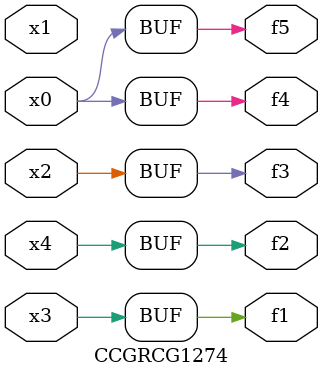
<source format=v>
module CCGRCG1274(
	input x0, x1, x2, x3, x4,
	output f1, f2, f3, f4, f5
);
	assign f1 = x3;
	assign f2 = x4;
	assign f3 = x2;
	assign f4 = x0;
	assign f5 = x0;
endmodule

</source>
